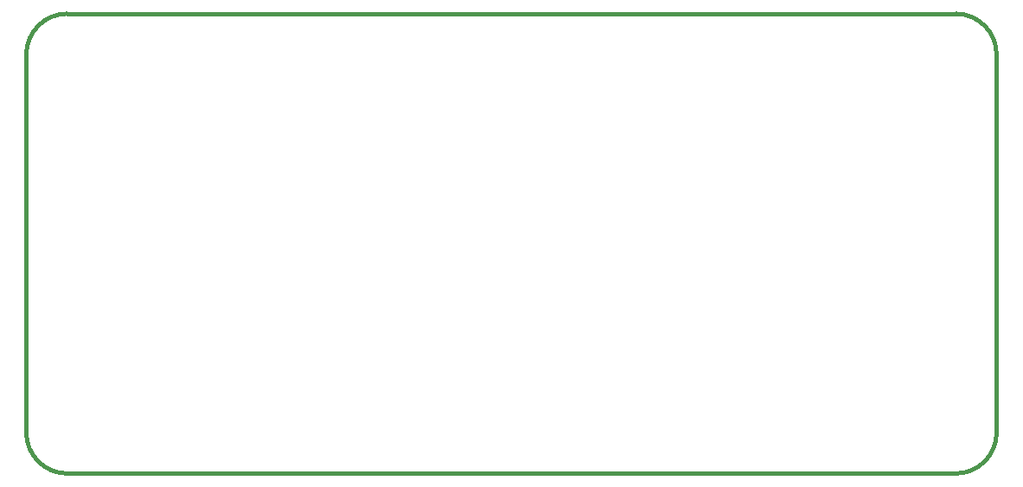
<source format=gbr>
G04 #@! TF.FileFunction,Profile,NP*
%FSLAX46Y46*%
G04 Gerber Fmt 4.6, Leading zero omitted, Abs format (unit mm)*
G04 Created by KiCad (PCBNEW (after 2015-mar-04 BZR unknown)-product) date 5/25/2017 2:16:54 PM*
%MOMM*%
G01*
G04 APERTURE LIST*
%ADD10C,0.150000*%
%ADD11C,0.381000*%
G04 APERTURE END LIST*
D10*
D11*
X152000000Y-40000000D02*
X152000000Y-77000000D01*
X57000000Y-77000000D02*
X57000000Y-40000000D01*
X148000000Y-81000000D02*
X61000000Y-81000000D01*
X61000000Y-36000000D02*
X148000000Y-36000000D01*
X57000000Y-77000000D02*
G75*
G03X61000000Y-81000000I4000000J0D01*
G01*
X148000000Y-81000000D02*
G75*
G03X152000000Y-77000000I0J4000000D01*
G01*
X152000000Y-40000000D02*
G75*
G03X148000000Y-36000000I-4000000J0D01*
G01*
X61000000Y-36000000D02*
G75*
G03X57000000Y-40000000I0J-4000000D01*
G01*
M02*

</source>
